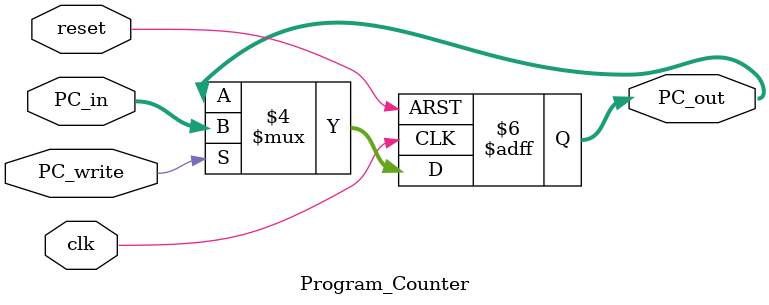
<source format=v>
module Program_Counter (clk, reset,PC_write ,PC_in, PC_out);
	input clk, reset,PC_write;
	input [31:0] PC_in;
	output reg [31:0] PC_out;
	always @ (posedge clk or posedge reset)
	begin
		if(reset==1'b1)
			PC_out<=0;
		else if (PC_write==1'b1)
			PC_out<=PC_in;
	end
endmodule
</source>
